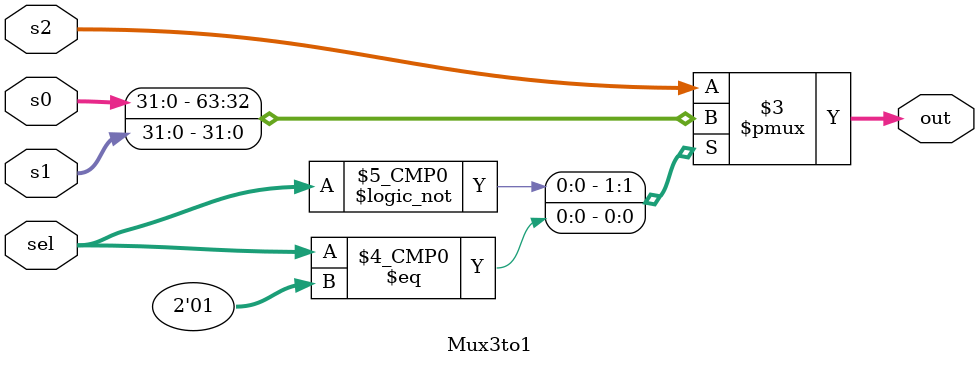
<source format=v>
module Mux3to1 #(
    parameter size = 32
)
(
    input [1:0] sel,
    input signed [size-1:0] s0,
    input signed [size-1:0] s1,
    input signed [size-1:0] s2,
    output reg signed [size-1:0] out
);
    // TODO: implement your 3to1 multiplexer here
    always @(*) begin
        case(sel)
            2'b00: out = s0;
            2'b01: out = s1;
            default: out = s2;
        endcase

    end
endmodule

</source>
